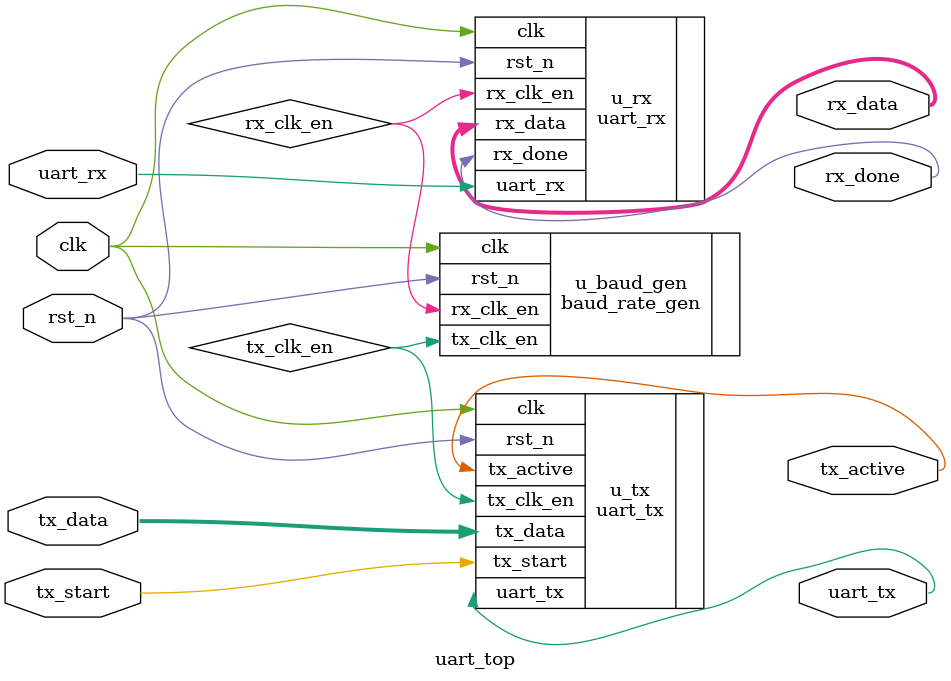
<source format=v>
module uart_top #(
    parameter CLK_FREQ = 50000000,
    parameter BAUD_RATE = 9600
)(
    input  wire       clk,
    input  wire       rst_n,
    
    // TX Interface
    input  wire       tx_start,
    input  wire [7:0] tx_data,
    output wire       tx_active,
    output wire       uart_tx, 
    
    // RX Interface
    input  wire       uart_rx, 
    output wire       rx_done,
    output wire [7:0] rx_data
);

    wire rx_clk_en;
    wire tx_clk_en;

    // Instance of Baud Rate Generator
    baud_rate_gen #(
        .CLK_FREQ(CLK_FREQ),
        .BAUD_RATE(BAUD_RATE)
    ) u_baud_gen (
        .clk(clk),
        .rst_n(rst_n),
        .rx_clk_en(rx_clk_en),
        .tx_clk_en(tx_clk_en)
    );

    // Instance of UART Transmitter
    uart_tx u_tx (
        .clk(clk),
        .rst_n(rst_n),
        .tx_clk_en(tx_clk_en),
        .tx_start(tx_start),
        .tx_data(tx_data),
        .tx_active(tx_active),
        .uart_tx(uart_tx)
    );

    // Instance of UART Receiver
    uart_rx u_rx (
        .clk(clk),
        .rst_n(rst_n),
        .rx_clk_en(rx_clk_en),
        .uart_rx(uart_rx),
        .rx_done(rx_done),
        .rx_data(rx_data)
    );

endmodule

</source>
